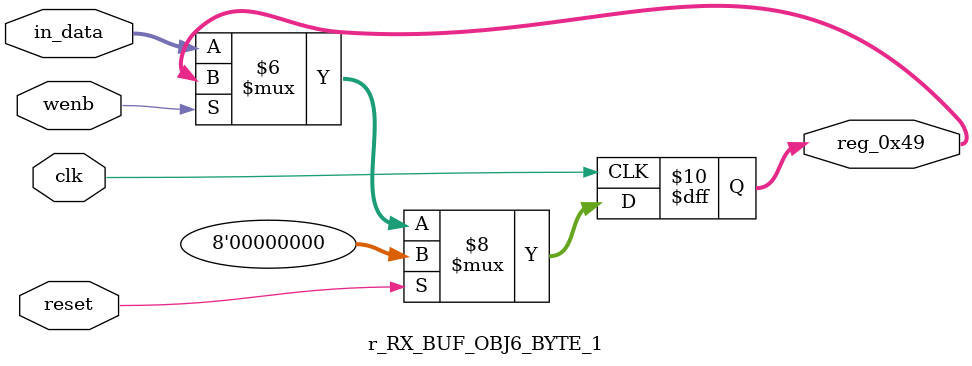
<source format=v>
module r_RX_BUF_OBJ6_BYTE_1(output reg [7:0] reg_0x49, input wire reset, input wire wenb, input wire [7:0] in_data, input wire clk);
	always@(posedge clk)
	begin
		if(reset==0) begin
			if(wenb==0)
				reg_0x49<=in_data;
			else
				reg_0x49<=reg_0x49;
		end
		else
			reg_0x49<=8'h00;
	end
endmodule
</source>
